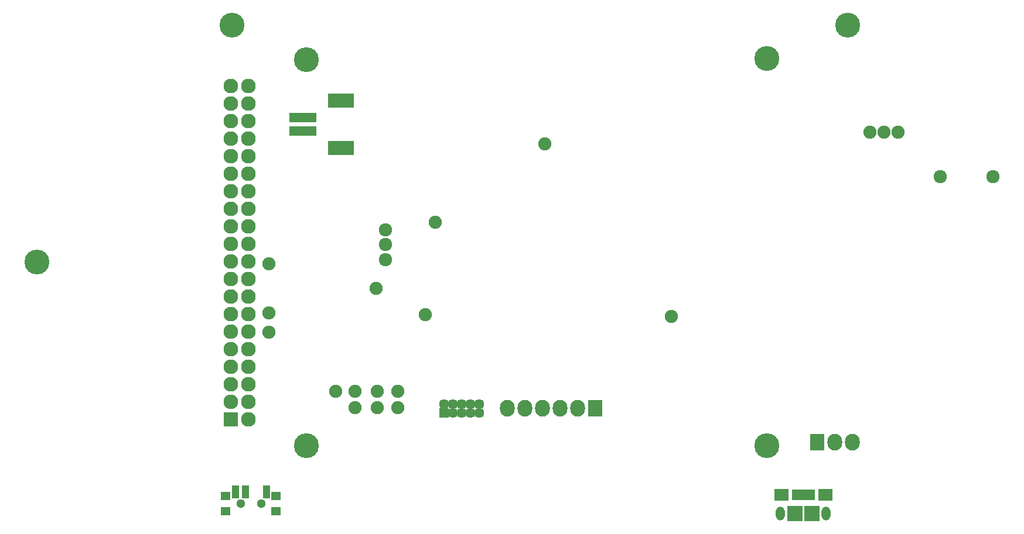
<source format=gbs>
G04 #@! TF.GenerationSoftware,KiCad,Pcbnew,(2016-12-18 revision 3ffa37c)-master*
G04 #@! TF.CreationDate,2017-04-20T19:48:47-07:00*
G04 #@! TF.ProjectId,badge-kicad,62616467652D6B696361642E6B696361,rev?*
G04 #@! TF.FileFunction,Soldermask,Bot*
G04 #@! TF.FilePolarity,Negative*
%FSLAX46Y46*%
G04 Gerber Fmt 4.6, Leading zero omitted, Abs format (unit mm)*
G04 Created by KiCad (PCBNEW (2016-12-18 revision 3ffa37c)-master) date Thursday, April 20, 2017 'PMt' 07:48:47 PM*
%MOMM*%
%LPD*%
G01*
G04 APERTURE LIST*
%ADD10C,0.150000*%
%ADD11O,2.127200X2.432000*%
%ADD12R,2.127200X2.432000*%
%ADD13C,1.900000*%
%ADD14C,3.600000*%
%ADD15R,0.652780X1.602740*%
%ADD16O,1.299160X1.997660*%
%ADD17R,1.997660X1.799540*%
%ADD18R,2.299920X2.299920*%
%ADD19O,0.500006X1.200006*%
%ADD20C,1.924000*%
%ADD21R,3.800000X2.000000*%
%ADD22R,3.900000X1.400000*%
%ADD23C,1.450000*%
%ADD24R,1.450000X1.450000*%
%ADD25O,2.127200X2.127200*%
%ADD26R,2.127200X2.127200*%
%ADD27R,1.400000X1.200000*%
%ADD28R,1.100000X1.900000*%
%ADD29C,1.300000*%
G04 APERTURE END LIST*
D10*
D11*
X144330000Y-110262000D03*
X146870000Y-110262000D03*
X149410000Y-110262000D03*
X151950000Y-110262000D03*
X154490000Y-110262000D03*
D12*
X157030000Y-110262000D03*
D13*
X109868000Y-99276000D03*
X168034000Y-96990000D03*
X133930000Y-83362000D03*
X132474000Y-96736000D03*
X109868000Y-89370000D03*
X125362000Y-92926000D03*
X109868000Y-96482000D03*
D14*
X76340000Y-89116000D03*
D15*
X188427940Y-122792000D03*
X187777700Y-122792000D03*
X187130000Y-122792000D03*
X186482300Y-122792000D03*
X185832060Y-122792000D03*
D16*
X190429460Y-125461540D03*
X183830540Y-125461540D03*
D17*
X190327860Y-122792000D03*
X183932140Y-122792000D03*
D18*
X188328880Y-125466620D03*
X185931120Y-125466620D03*
D19*
X190430000Y-125462000D03*
X183830000Y-125462000D03*
D13*
X128530000Y-110162000D03*
X128530000Y-107762000D03*
X125530000Y-110162000D03*
X196736000Y-70320000D03*
X200800000Y-70320000D03*
X198768000Y-70320000D03*
X125530000Y-107762000D03*
X122330000Y-110162000D03*
X149780000Y-72012000D03*
X122330000Y-107762000D03*
X119530000Y-107762000D03*
D20*
X206930000Y-76762000D03*
X214530000Y-76762000D03*
D21*
X120305000Y-72562000D03*
X120305000Y-65762000D03*
D22*
X114755000Y-70162000D03*
X114755000Y-68162000D03*
D23*
X135180000Y-109642000D03*
X140260000Y-109642000D03*
X138990000Y-109642000D03*
X137720000Y-109642000D03*
X136450000Y-109642000D03*
X140260000Y-110912000D03*
X138990000Y-110912000D03*
X137720000Y-110912000D03*
X136450000Y-110912000D03*
D24*
X135180000Y-110912000D03*
D25*
X106940000Y-63640000D03*
X104400000Y-63640000D03*
X106940000Y-66180000D03*
X104400000Y-66180000D03*
X106940000Y-68720000D03*
X104400000Y-68720000D03*
X106940000Y-71260000D03*
X104400000Y-71260000D03*
X106940000Y-73800000D03*
X104400000Y-73800000D03*
X106940000Y-76340000D03*
X104400000Y-76340000D03*
X106940000Y-78880000D03*
X104400000Y-78880000D03*
X106940000Y-81420000D03*
X104400000Y-81420000D03*
X106940000Y-83960000D03*
X104400000Y-83960000D03*
X106940000Y-86500000D03*
X104400000Y-86500000D03*
X106940000Y-89040000D03*
X104400000Y-89040000D03*
X106940000Y-91580000D03*
X104400000Y-91580000D03*
X106940000Y-94120000D03*
X104400000Y-94120000D03*
X106940000Y-96660000D03*
X104400000Y-96660000D03*
X106940000Y-99200000D03*
X104400000Y-99200000D03*
X106940000Y-101740000D03*
X104400000Y-101740000D03*
X106940000Y-104280000D03*
X104400000Y-104280000D03*
X106940000Y-106820000D03*
X104400000Y-106820000D03*
X106940000Y-109360000D03*
X104400000Y-109360000D03*
X106940000Y-111900000D03*
D26*
X104400000Y-111900000D03*
D27*
X110930000Y-122987000D03*
X103630000Y-122987000D03*
X103630000Y-125187000D03*
X110930000Y-125187000D03*
D28*
X105030000Y-122337000D03*
X106530000Y-122337000D03*
X109530000Y-122337000D03*
D29*
X105780000Y-124087000D03*
X108780000Y-124087000D03*
D14*
X115330000Y-59762000D03*
X181830000Y-59662000D03*
X115330000Y-115662000D03*
X181830000Y-115662000D03*
X104530000Y-54762000D03*
X193530000Y-54762000D03*
D11*
X194210000Y-115162000D03*
X191670000Y-115162000D03*
D12*
X189130000Y-115162000D03*
D20*
X126730000Y-88712000D03*
X126730000Y-86562000D03*
X126730000Y-84412000D03*
M02*

</source>
